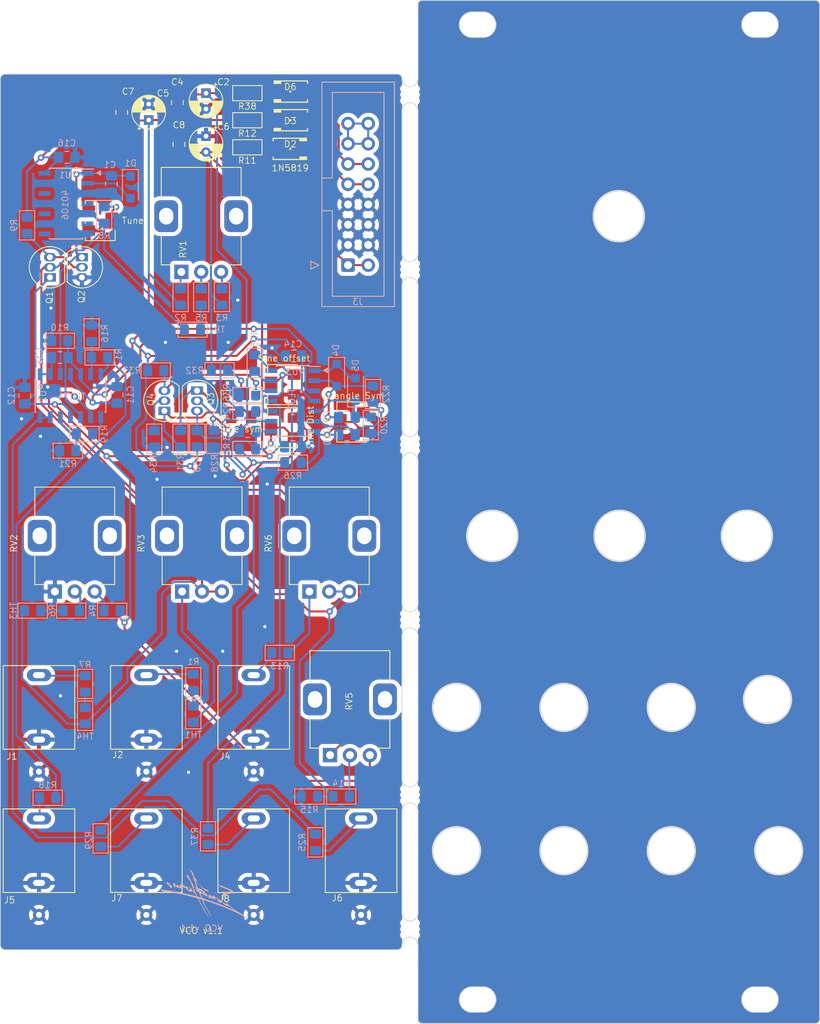
<source format=kicad_pcb>
(kicad_pcb (version 20221018) (generator pcbnew)
  (title_block (title "VCO") (rev "0"))
  (layers (0 "F.Cu" power) (31 "B.Cu" mixed) (34 "B.Paste" user) (35 "F.Paste" user) (36 "B.SilkS" user "B.Silkscreen") (37 "F.SilkS" user "F.Silkscreen") (38 "B.Mask" user) (39 "F.Mask" user) (44 "Edge.Cuts" user))
  (net 0 "")
  (net 1 "+5V")
  (net 2 "GND")
  (net 3 "+12V")
  (net 4 "-12V")
  (net 5 "Net-(C10-Pad1)")
  (net 6 "Net-(R2-Pad2)")
  (net 7 "Net-(R4-Pad1)")
  (net 8 "Net-(R5-Pad1)")
  (net 9 "Net-(R6-Pad1)")
  (net 10 "Net-(R6-Pad2)")
  (net 11 "Net-(R7-Pad2)")
  (net 12 "Net-(R8-Pad2)")
  (net 13 "Net-(R14-Pad1)")
  (net 14 "Net-(C13-Pad1)")
  (net 15 "Net-(R17-Pad2)")
  (net 16 "Net-(J1-Pad2)")
  (net 17 "Net-(J2-Pad2)")
  (net 18 "Net-(J4-Pad2)")
  (net 19 "Net-(J5-Pad2)")
  (net 20 "Net-(J6-Pad2)")
  (net 21 "Net-(J7-Pad2)")
  (net 22 "Net-(J8-Pad2)")
  (net 23 "Net-(R1-Pad2)")
  (net 24 "Net-(R3-Pad1)")
  (net 25 "Net-(R5-Pad2)")
  (net 26 "Net-(R13-Pad2)")
  (net 27 "Net-(R19-Pad1)")
  (net 28 "Net-(R32-Pad1)")
  (net 29 "Net-(RV3-Pad1)")
  (net 30 "/4")
  (net 31 "/6")
  (net 32 "/8")
  (net 33 "/10")
  (net 34 "/12 ")
  (net 35 "Net-(D1-K)")
  (net 36 "Net-(U2A--)")
  (net 37 "Net-(U2B-+)")
  (net 38 "Net-(D4-A)")
  (net 39 "Net-(D5-K)")
  (net 40 "Net-(U3B--)")
  (net 41 "Net-(U3C--)")
  (net 42 "Net-(D1-A)")
  (net 43 "Net-(D2-A)")
  (net 44 "Net-(D3-K)")
  (net 45 "Net-(D2-K)")
  (net 46 "Net-(D4-K)")
  (net 47 "Net-(D6-K)")
  (net 48 "Net-(J3-Pin_13)")
  (net 49 "Net-(Q1-B)")
  (net 50 "Net-(Q1-E)")
  (net 51 "Net-(Q3-E)")
  (net 52 "Net-(Q3-B)")
  (net 53 "Net-(Q3-C)")
  (net 54 "Net-(Q4-E)")
  (net 55 "Net-(Q4-B)")
  (net 56 "Net-(Q4-C)")
  (net 57 "Net-(U2C--)")
  (net 58 "Net-(U2B--)")
  (net 59 "Net-(U2D-+)")
  (net 60 "Net-(U3C-+)")
  (net 61 "Net-(U2D--)")
  (net 62 "Net-(R35-Pad2)")
  (net 63 "Net-(D3-A)")
  (net 64 "Net-(D6-A)")
  (footprint "Capacitor_SMD:C_0805_2012Metric_Pad1.18x1.45mm_HandSolder" (layer "F.Cu") (at 72.25 43.6 -90)
    (fp_text reference "C4")
    (fp_text value "0.1u")
  )
  (footprint "Footprints:mouse-bite-2mm-slot" (layer "F.Cu") (at 101.5 147.4 90)
    (fp_text reference "mouse-bite-2mm-slot" hide)
    (fp_text value "VAL**" hide)
    (fp_arc (start -2 -1) (mid -1 0) (end -2 1) (stroke (width 0.1)) (layer "Edge.Cuts"))
    (fp_arc (start 2 1) (mid 1 0) (end 2 -1) (stroke (width 0.1)) (layer "Edge.Cuts"))
  )
  (footprint "PCM_4ms_Diode:D_DO-214AC_SMA" (layer "F.Cu") (at 86.45 49.4 180)
    (fp_text reference "D2")
    (fp_text value "1N5819")
  )
  (footprint "Package_TO_SOT_THT:TO-92_Inline" (layer "F.Cu") (at 74.728352 79.76462 -90)
    (fp_text reference "Q3")
    (fp_text value "2N3904")
  )
  (footprint "Potentiometer_THT:Potentiometer_Alps_RK09K_Single_Vertical" (layer "F.Cu") (at 72.75 64.85 90)
    (fp_text reference "RV1")
    (fp_text value "B100k")
  )
  (footprint "Package_TO_SOT_THT:TO-92_Inline" (layer "F.Cu") (at 70.618352 82.30462 90)
    (fp_text reference "Q4")
    (fp_text value "2N3904")
  )
  (footprint "Footprints:MJ-3507" (layer "F.Cu") (at 54.85 138)
    (fp_text reference "J5")
    (fp_text value "Saw")
  )
  (footprint "Package_TO_SOT_THT:TO-92_Inline" (layer "F.Cu") (at 60.25 63 -90)
    (fp_text reference "Q2")
    (fp_text value "BC548")
  )
  (footprint "Footprints:mouse-bite-2mm-slot" (layer "F.Cu") (at 101.5 108.55 90)
    (fp_text reference "mouse-bite-2mm-slot3" hide)
    (fp_text value "VAL**" hide)
    (fp_arc (start -2 -1) (mid -1 0) (end -2 1) (stroke (width 0.1)) (layer "Edge.Cuts"))
    (fp_arc (start 2 1) (mid 1 0) (end 2 -1) (stroke (width 0.1)) (layer "Edge.Cuts"))
  )
  (footprint "PCM_Resistor_SMD_AKL:R_0805_2012Metric_Pad1.15x1.40mm_HandSolder" (layer "F.Cu") (at 81.05 49.2 180)
    (fp_text reference "R11")
    (fp_text value "10")
  )
  (footprint "Potentiometer_SMD:Potentiometer_Bourns_3224W_Vertical" (layer "F.Cu") (at 85.475 79.00462 -90)
    (fp_text reference "Sine offset")
    (fp_text value "20k")
  )
  (footprint "Capacitor_THT:CP_Radial_D4.0mm_P2.00mm" (layer "F.Cu") (at 75.85 42.4 -90)
    (fp_text reference "C2")
    (fp_text value "47u")
  )
  (footprint "Potentiometer_THT:Potentiometer_Alps_RK09K_Single_Vertical" (layer "F.Cu") (at 88.85 105 90)
    (fp_text reference "RV6")
    (fp_text value "B250k")
  )
  (footprint "Footprints:MJ-3507" (layer "F.Cu") (at 68.35 120)
    (fp_text reference "J2")
    (fp_text value "FM CV")
  )
  (footprint "Package_TO_SOT_THT:TO-92_Inline" (layer "F.Cu") (at 56.23 65.54 90)
    (fp_text reference "Q1")
    (fp_text value "BC558")
  )
  (footprint "Footprints:MJ-3507" (layer "F.Cu") (at 81.85 138)
    (fp_text reference "J8")
    (fp_text value "Sine")
  )
  (footprint "Potentiometer_SMD:Potentiometer_Bourns_3224W_Vertical" (layer "F.Cu") (at 80.275 81.60462 180)
    (fp_text reference "Sine sym")
    (fp_text value "50k")
  )
  (footprint "LOGO" (layer "F.Cu") (at 134.2 137.1)
    (fp_text reference "G***" hide)
    (fp_text value "LOGO" hide)
  )
  (footprint "Potentiometer_SMD:Potentiometer_Bourns_3224W_Vertical" (layer "F.Cu") (at 62.55 58.4 90)
    (fp_text reference "Tune")
    (fp_text value "1k")
  )
  (footprint "Capacitor_THT:CP_Radial_D4.0mm_P2.00mm" (layer "F.Cu") (at 68.65 45.7726 90)
    (fp_text reference "C5")
    (fp_text value "47u")
  )
  (footprint "Footprints:mouse-bite-2mm-slot" (layer "F.Cu") (at 101.5 86.55 90)
    (fp_text reference "mouse-bite-2mm-slot2" hide)
    (fp_text value "VAL**" hide)
    (fp_arc (start -2 -1) (mid -1 0) (end -2 1) (stroke (width 0.1)) (layer "Edge.Cuts"))
    (fp_arc (start 2 1) (mid 1 0) (end 2 -1) (stroke (width 0.1)) (layer "Edge.Cuts"))
  )
  (footprint "Potentiometer_THT:Potentiometer_Alps_RK09K_Single_Vertical" (layer "F.Cu") (at 56.85 105 90)
    (fp_text reference "RV2")
    (fp_text value "B100k")
  )
  (footprint "Footprints:mouse-bite-2mm-slot" (layer "F.Cu") (at 101.5 130.55 90)
    (fp_text reference "mouse-bite-2mm-slot4" hide)
    (fp_text value "VAL**" hide)
    (fp_arc (start -2 -1) (mid -1 0) (end -2 1) (stroke (width 0.1)) (layer "Edge.Cuts"))
    (fp_arc (start 2 1) (mid 1 0) (end 2 -1) (stroke (width 0.1)) (layer "Edge.Cuts"))
  )
  (footprint "PCM_Resistor_SMD_AKL:R_0805_2012Metric_Pad1.15x1.40mm_HandSolder" (layer "F.Cu") (at 81.05 45.8 180)
    (fp_text reference "R12")
    (fp_text value "10")
  )
  (footprint "Potentiometer_THT:Potentiometer_Alps_RK09K_Single_Vertical" (layer "F.Cu") (at 91.45 125.55 90)
    (fp_text reference "RV5")
    (fp_text value "B100k")
  )
  (footprint "Footprints:MJ-3507" (layer "F.Cu") (at 68.35 138)
    (fp_text reference "J7")
    (fp_text value "Triangle")
  )
  (footprint "Footprints:MJ-3507" (layer "F.Cu") (at 81.85 120)
    (fp_text reference "J4")
    (fp_text value "PWM CV")
  )
  (footprint "Potentiometer_SMD:Potentiometer_Bourns_3224W_Vertical" (layer "F.Cu") (at 94.175 83.70462 -90)
    (fp_text reference "Triangle Sym")
    (fp_text value "20k")
  )
  (footprint "PCM_4ms_Diode:D_DO-214AC_SMA" (layer "F.Cu") (at 86.45 42.2)
    (fp_text reference "D6")
    (fp_text value "1N5819" hide)
  )
  (footprint "Capacitor_SMD:C_0805_2012Metric_Pad1.18x1.45mm_HandSolder" (layer "F.Cu") (at 72.45 48.8375 -90)
    (fp_text reference "C8")
    (fp_text value "0.1u")
  )
  (footprint "Potentiometer_SMD:Potentiometer_Bourns_3224W_Vertical" (layer "F.Cu") (at 85.475 84.40462 -90)
    (fp_text reference "Sine Dist")
    (fp_text value "100k")
  )
  (footprint "Capacitor_SMD:C_0805_2012Metric_Pad1.18x1.45mm_HandSolder" (layer "F.Cu") (at 65.25 44.8 90)
    (fp_text reference "C7")
    (fp_text value "0.1u")
  )
  (footprint "Footprints:MJ-3507" (layer "F.Cu") (at 54.85 120)
    (fp_text reference "J1")
    (fp_text value "1V/Octave")
  )
  (footprint "PCM_4ms_Diode:D_DO-214AC_SMA" (layer "F.Cu") (at 86.45 45.8)
    (fp_text reference "D3")
    (fp_text value "1N5819" hide)
  )
  (footprint "Capacitor_THT:CP_Radial_D4.0mm_P2.00mm" (layer "F.Cu") (at 75.85 47.8 -90)
    (fp_text reference "C6")
    (fp_text value "47u")
  )
  (footprint "LOGO" (layer "F.Cu") (at 127.75 82.015357)
    (fp_text reference "G***" hide)
    (fp_text value "LOGO" hide)
  )
  (footprint "PCM_Resistor_SMD_AKL:R_0805_2012Metric_Pad1.15x1.40mm_HandSolder" (layer "F.Cu") (at 81.05 42.4 180)
    (fp_text reference "R38")
    (fp_text value "10")
  )
  (footprint "Potentiometer_THT:Potentiometer_Alps_RK09K_Single_Vertical" (layer "F.Cu") (at 72.85 105 90)
    (fp_text reference "RV3")
    (fp_text value "B1M")
  )
  (footprint "Footprints:MJ-3507" (layer "F.Cu") (at 95.35 138)
    (fp_text reference "J6")
    (fp_text value "Pulse")
  )
  (footprint "Footprints:mouse-bite-2mm-slot" (layer "F.Cu") (at 101.5 64.55 90)
    (fp_text reference "mouse-bite-2mm-slot1" hide)
    (fp_text value "VAL**" hide)
    (fp_arc (start -2 -1) (mid -1 0) (end -2 1) (stroke (width 0.1)) (layer "Edge.Cuts"))
    (fp_arc (start 2 1) (mid 1 0) (end 2 -1) (stroke (width 0.1)) (layer "Edge.Cuts"))
  )
  (footprint "Footprints:mouse-bite-2mm-slot" (layer "F.Cu") (at 101.5 42.6 90)
    (fp_text reference "mouse-bite-2mm-slot" hide)
    (fp_text value "VAL**" hide)
    (fp_arc (start -2 -1) (mid -1 0) (end -2 1) (stroke (width 0.1)) (layer "Edge.Cuts"))
    (fp_arc (start 2 1) (mid 1 0) (end 2 -1) (stroke (width 0.1)) (layer "Edge.Cuts"))
  )
  (footprint "PCM_4ms_Package_SOIC:SOIC-14_3.9x8.65mm_Pitch1.27mm" (layer "B.Cu") (at 58.817 80.41 -90)
    (fp_text reference "U2")
    (fp_text value "TL074")
  )
  (footprint "PCM_Resistor_SMD_AKL:R_0805_2012Metric_Pad1.15x1.40mm_HandSolder" (layer "B.Cu") (at 61.47 72.575 90)
    (fp_text reference "R16")
    (fp_text value "47k")
  )
  (footprint "PCM_4ms_Package_SOIC:SOIC-14_3.9x8.65mm_Pitch1.27mm" (layer "B.Cu") (at 86.765 81.07162 180)
    (fp_text reference "U3")
    (fp_text value "TL074")
  )
  (footprint "PCM_Resistor_SMD_AKL:R_0805_2012Metric_Pad1.15x1.40mm_HandSolder" (layer "B.Cu") (at 74.748352 85.80462 90)
    (fp_text reference "R30")
    (fp_text value "10k")
  )
  (footprint "Diode_SMD:D_SOD-123F" (layer "B.Cu") (at 94.65 79.6 90)
    (fp_text reference "D5")
    (fp_text value "1N4148")
  )
  (footprint "Capacitor_SMD:C_0805_2012Metric_Pad1.18x1.45mm_HandSolder" (layer "B.Cu") (at 53.07 80.4 -90)
    (fp_text reference "C12")
    (fp_text value "0.1u")
  )
  (footprint "Capacitor_SMD:C_0805_2012Metric_Pad1.18x1.45mm_HandSolder" (layer "B.Cu") (at 86.775 86.80462 180)
    (fp_text reference "C15")
    (fp_text value "0.1u")
  )
  (footprint "Capacitor_SMD:C_0805_2012Metric_Pad1.18x1.45mm_HandSolder" (layer "B.Cu") (at 93.575 85.30462)
    (fp_text reference "C10")
    (fp_text value "22p")
  )
  (footprint "Capacitor_SMD:C_0805_2012Metric_Pad1.18x1.45mm_HandSolder" (layer "B.Cu") (at 86.875 75.40462 180)
    (fp_text reference "C14")
    (fp_text value "0.1u")
  )
  (footprint "PCM_Resistor_SMD_AKL:R_0805_2012Metric_Pad1.15x1.40mm_HandSolder" (layer "B.Cu") (at 76.1 135.75 -90)
    (fp_text reference "R37")
    (fp_text value "1k")
  )
  (footprint "PCM_Resistor_SMD_AKL:R_0805_2012Metric_Pad1.15x1.40mm_HandSolder" (layer "B.Cu") (at 76.848352 85.80462 -90)
    (fp_text reference "R28")
    (fp_text value "2k2")
  )
  (footprint "PCM_Resistor_SMD_AKL:R_0805_2012Metric_Pad1.15x1.40mm_HandSolder" (layer "B.Cu") (at 77.85 68 -90)
    (fp_text reference "R3")
    (fp_text value "33k")
  )
  (footprint "PCM_Resistor_SMD_AKL:R_0805_2012Metric_Pad1.15x1.40mm_HandSolder" (layer "B.Cu") (at 60.57 85.2 180)
    (fp_text reference "R19")
    (fp_text value "100k")
  )
  (footprint "PCM_Resistor_SMD_AKL:R_0805_2012Metric_Pad1.15x1.40mm_HandSolder" (layer "B.Cu") (at 60.65 116.6 -90)
    (fp_text reference "R7")
    (fp_text value "100k")
  )
  (footprint "PCM_Resistor_SMD_AKL:R_0805_2012Metric_Pad1.15x1.40mm_HandSolder" (layer "B.Cu") (at 69.528352 77.23462)
    (fp_text reference "R33")
    (fp_text value "10k")
  )
  (footprint "PCM_Resistor_SMD_AKL:R_0805_2012Metric_Pad1.15x1.40mm_HandSolder" (layer "B.Cu") (at 74.15 72.1 180)
    (fp_text reference "TH2")
    (fp_text value "10K")
  )
  (footprint "Capacitor_SMD:C_0805_2012Metric_Pad1.18x1.45mm_HandSolder" (layer "B.Cu") (at 63.95 53.8 -90)
    (fp_text reference "C1")
    (fp_text value "2.2nF")
  )
  (footprint "PCM_Resistor_SMD_AKL:R_0805_2012Metric_Pad1.15x1.40mm_HandSolder" (layer "B.Cu") (at 63.05 57.7 90)
    (fp_text reference "R8")
    (fp_text value "1K5")
  )
  (footprint "PCM_Resistor_SMD_AKL:R_0805_2012Metric_Pad1.15x1.40mm_HandSolder" (layer "B.Cu") (at 53.35 59 -90)
    (fp_text reference "R9")
    (fp_text value "1M")
  )
  (footprint "Capacitor_SMD:C_0805_2012Metric_Pad1.18x1.45mm_HandSolder" (layer "B.Cu") (at 57.47 75.6)
    (fp_text reference "C3")
    (fp_text value "1u")
  )
  (footprint "Diode_SMD:D_SOD-123F" (layer "B.Cu") (at 66.35 54.2 -90)
    (fp_text reference "D1")
    (fp_text value "1N4148")
  )
  (footprint "PCM_Resistor_SMD_AKL:R_0805_2012Metric_Pad1.15x1.40mm_HandSolder" (layer "B.Cu") (at 72.65 68 90)
    (fp_text reference "R2")
    (fp_text value "100k")
  )
  (footprint "PCM_Resistor_SMD_AKL:R_0805_2012Metric_Pad1.15x1.40mm_HandSolder" (layer "B.Cu") (at 81.075 87.10462 180)
    (fp_text reference "R27")
    (fp_text value "20k")
  )
  (footprint "PCM_Resistor_SMD_AKL:R_0805_2012Metric_Pad1.15x1.40mm_HandSolder" (layer "B.Cu") (at 77.548352 77.20462 180)
    (fp_text reference "R32")
    (fp_text value "18k")
  )
  (footprint "PCM_Resistor_SMD_AKL:R_0805_2012Metric_Pad1.15x1.40mm_HandSolder" (layer "B.Cu") (at 60.65 120.6 -90)
    (fp_text reference "TH4")
    (fp_text value "10K")
  )
  (footprint "PCM_Resistor_SMD_AKL:R_0805_2012Metric_Pad1.15x1.40mm_HandSolder" (layer "B.Cu") (at 96.85 80.2 90)
    (fp_text reference "R22")
    (fp_text value "10k")
  )
  (footprint "Capacitor_SMD:C_0805_2012Metric_Pad1.18x1.45mm_HandSolder" (layer "B.Cu") (at 58.35 50.46)
    (fp_text reference "C16")
    (fp_text value "0.1u")
  )
  (footprint "PCM_Resistor_SMD_AKL:R_0805_2012Metric_Pad1.15x1.40mm_HandSolder" (layer "B.Cu") (at 57.47 73.5 180)
    (fp_text reference "R10")
    (fp_text value "100k")
  )
  (footprint "PCM_Resistor_SMD_AKL:R_0805_2012Metric_Pad1.15x1.40mm_HandSolder" (layer "B.Cu") (at 69.348352 85.80462 -90)
    (fp_text reference "R34")
    (fp_text value "2k2")
  )
  (footprint "PCM_Resistor_SMD_AKL:R_0805_2012Metric_Pad1.15x1.40mm_HandSolder" (layer "B.Cu") (at 54.05 107.4 180)
    (fp_text reference "TH3")
    (fp_text value "10K")
  )
  (footprint "Diode_SMD:D_SOD-123F" (layer "B.Cu") (at 92.275 77.8 -90)
    (fp_text reference "D4")
    (fp_text value "1N4148")
  )
  (footprint "PCM_Resistor_SMD_AKL:R_0805_2012Metric_Pad1.15x1.40mm_HandSolder" (layer "B.Cu") (at 58.9 107.4 180)
    (fp_text reference "R6")
    (fp_text value "1M")
  )
  (footprint "PCM_Resistor_SMD_AKL:R_0805_2012Metric_Pad1.15x1.40mm_HandSolder" (layer "B.Cu") (at 89.6 136.5 -90)
    (fp_text reference "R25")
    (fp_text value "1k")
  )
  (footprint "PCM_Resistor_SMD_AKL:R_0805_2012Metric_Pad1.15x1.40mm_HandSolder" (layer "B.Cu") (at 58.47 87.3)
    (fp_text reference "R21")
    (fp_text value "68k")
  )
  (footprint "PCM_Resistor_SMD_AKL:R_0805_2012Metric_Pad1.15x1.40mm_HandSolder" (layer "B.Cu") (at 55.95 130.9 180)
    (fp_text reference "R18")
    (fp_text value "1k")
  )
  (footprint "Capacitor_SMD:C_0805_2012Metric_Pad1.18x1.45mm_HandSolder" (layer "B.Cu") (at 64.67 80.3 90)
    (fp_text reference "C11")
    (fp_text value "0.1u")
  )
  (footprint "PCM_Resistor_SMD_AKL:R_0805_2012Metric_Pad1.15x1.40mm_HandSolder" (layer "B.Cu") (at 62.6 136 -90)
    (fp_text reference "R29")
    (fp_text value "1k")
  )
  (footprint "PCM_Resistor_SMD_AKL:R_0805_2012Metric_Pad1.15x1.40mm_HandSolder" (layer "B.Cu") (at 74.25 120.4 -90)
    (fp_text reference "TH1")
    (fp_text value "10K")
  )
  (footprint "PCM_4ms_Package_SOIC:SOIC-14_3.9x8.65mm_Pitch1.27mm" (layer "B.Cu") (at 58.24 56.277 180)
    (fp_text reference "U1")
    (fp_text value "40106")
  )
  (footprint "LOGO" (layer "B.Cu") (at 75.45 143.1 180)
    (fp_text reference "VCO v1.1")
    (fp_text value "LOGO" hide)
  )
  (footprint "PCM_Resistor_SMD_AKL:R_0805_2012Metric_Pad1.15x1.40mm_HandSolder" (layer "B.Cu") (at 96.575 84.10462 90)
    (fp_text reference "R20")
    (fp_text value "10k")
  )
  (footprint "Capacitor_SMD:C_0805_2012Metric_Pad1.18x1.45mm_HandSolder" (layer "B.Cu") (at 93.575 83.10462)
    (fp_text reference "C9")
    (fp_text value "22p")
  )
  (footprint "PCM_Resistor_SMD_AKL:R_0805_2012Metric_Pad1.15x1.40mm_HandSolder" (layer "B.Cu") (at 81.075 82.40462)
    (fp_text reference "R24")
    (fp_text value "20k")
  )
  (footprint "Capacitor_SMD:C_0805_2012Metric_Pad1.18x1.45mm_HandSolder" (layer "B.Cu") (at 81.075 84.90462 180)
    (fp_text reference "C13")
    (fp_text value "22p")
  )
  (footprint "PCM_Resistor_SMD_AKL:R_0805_2012Metric_Pad1.15x1.40mm_HandSolder" (layer "B.Cu") (at 64.05 107.4)
    (fp_text reference "R4")
    (fp_text value "100k")
  )
  (footprint "PCM_Resistor_SMD_AKL:R_0805_2012Metric_Pad1.15x1.40mm_HandSolder" (layer "B.Cu") (at 85.125 112.7)
    (fp_text reference "R13")
    (fp_text value "68k")
  )
  (footprint "PCM_Resistor_SMD_AKL:R_0805_2012Metric_Pad1.15x1.40mm_HandSolder" (layer "B.Cu") (at 81.975 76.3 90)
    (fp_text reference "R35")
    (fp_text value "10k")
  )
  (footprint "PCM_Resistor_SMD_AKL:R_0805_2012Metric_Pad1.15x1.40mm_HandSolder" (layer "B.Cu") (at 88.85 130.75)
    (fp_text reference "R15")
    (fp_text value "14k")
  )
  (footprint "PCM_Resistor_SMD_AKL:R_0805_2012Metric_Pad1.15x1.40mm_HandSolder" (layer "B.Cu") (at 72.648352 85.80462 90)
    (fp_text reference "R31")
    (fp_text value "390")
  )
  (footprint "PCM_Resistor_SMD_AKL:R_0805_2012Metric_Pad1.15x1.40mm_HandSolder" (layer "B.Cu") (at 92.85 130.75 180)
    (fp_text reference "R14")
    (fp_text value "100k")
  )
  (footprint "PCM_Resistor_SMD_AKL:R_0805_2012Metric_Pad1.15x1.40mm_HandSolder" (layer "B.Cu") (at 74.25 116.4 -90)
    (fp_text reference "R1")
    (fp_text value "100k")
  )
  (footprint "PCM_Resistor_SMD_AKL:R_0805_2012Metric_Pad1.15x1.40mm_HandSolder" (layer "B.Cu") (at 86.775 88.80462)
    (fp_text reference "R26")
    (fp_text value "10k")
  )
  (footprint "Connector_IDC:IDC-Header_2x08_P2.54mm_Vertical" (layer "B.Cu") (at 93.71 64)
    (fp_text reference "J3")
    (fp_text value "Conn_02x08_Odd_Even")
  )
  (footprint "PCM_Resistor_SMD_AKL:R_0805_2012Metric_Pad1.15x1.40mm_HandSolder" (layer "B.Cu") (at 62.47 75.6)
    (fp_text reference "R17")
    (fp_text value "100k")
  )
  (footprint "PCM_Resistor_SMD_AKL:R_0805_2012Metric_Pad1.15x1.40mm_HandSolder" (layer "B.Cu") (at 81.075 80.30462 180)
    (fp_text reference "R36")
    (fp_text value "10k")
  )
  (footprint "PCM_Resistor_SMD_AKL:R_0805_2012Metric_Pad1.15x1.40mm_HandSolder" (layer "B.Cu") (at 75.25 68 -90)
    (fp_text reference "R5")
    (fp_text value "100k")
  )
  (gr_arc (start 50.6 150) (mid 50.175736 149.824264) (end 50 149.4) (stroke (width 0.1)) (layer "Edge.Cuts"))
  (gr_line (start 102.5 110.55) (end 102.5 128.55) (stroke (width 0.1)) (layer "Edge.Cuts"))
  (gr_line (start 102.5 88.55) (end 102.5 106.55) (stroke (width 0.1)) (layer "Edge.Cuts"))
  (gr_line (start 152.5 159.25) (end 103 159.25) (stroke (width 0.1)) (layer "Edge.Cuts"))
  (gr_line (start 144.8 157.85) (end 146.2 157.85) (stroke (width 0.1)) (layer "Edge.Cuts"))
  (gr_line (start 100.5 84.55) (end 100.5 66.55) (stroke (width 0.1)) (layer "Edge.Cuts"))
  (gr_circle (center 146.45 118.55) (end 149.45 118.55) (stroke (width 0.2)) (fill none) (layer "Edge.Cuts"))
  (gr_line (start 102.5 31.25) (end 102.5 40.6) (stroke (width 0.1)) (layer "Edge.Cuts"))
  (gr_arc (start 99.9 40) (mid 100.324264 40.175736) (end 100.5 40.6) (stroke (width 0.1)) (layer "Edge.Cuts"))
  (gr_circle (center 134.35 119.55) (end 137.35 119.55) (stroke (width 0.2)) (fill none) (layer "Edge.Cuts"))
  (gr_arc (start 102.5 31.25) (mid 102.647177 30.894684) (end 103.002493 30.747507) (stroke (width 0.1)) (layer "Edge.Cuts"))
  (gr_circle (center 127.85 98) (end 131.05 98) (stroke (width 0.2)) (fill none) (layer "Edge.Cuts"))
  (gr_circle (center 120.85 119.55) (end 123.85 119.55) (stroke (width 0.2)) (fill none) (layer "Edge.Cuts"))
  (gr_arc (start 110.7 32.2) (mid 112.3 33.8) (end 110.7 35.4) (stroke (width 0.1)) (layer "Edge.Cuts"))
  (gr_line (start 109.3 32.2) (end 110.7 32.2) (stroke (width 0.1)) (layer "Edge.Cuts"))
  (gr_arc (start 146.2 32.2) (mid 147.8 33.8) (end 146.2 35.4) (stroke (width 0.1)) (layer "Edge.Cuts"))
  (gr_line (start 109.3 157.85) (end 110.7 157.85) (stroke (width 0.1)) (layer "Edge.Cuts"))
  (gr_circle (center 147.85 137.55) (end 150.85 137.55) (stroke (width 0.2)) (fill none) (layer "Edge.Cuts"))
  (gr_line (start 102.5 62.55) (end 102.5 44.6) (stroke (width 0.1)) (layer "Edge.Cuts"))
  (gr_line (start 100.5 145.4) (end 100.5 132.55) (stroke (width 0.1)) (layer "Edge.Cuts"))
  (gr_arc (start 100.5 149.4) (mid 100.324264 149.824264) (end 99.9 150) (stroke (width 0.1)) (layer "Edge.Cuts"))
  (gr_circle (center 143.85 98) (end 147.05 98) (stroke (width 0.2)) (fill none) (layer "Edge.Cuts"))
  (gr_line (start 50.6 150) (end 99.9 150) (stroke (width 0.1)) (layer "Edge.Cuts"))
  (gr_line (start 144.8 154.65) (end 146.2 154.65) (stroke (width 0.1)) (layer "Edge.Cuts"))
  (gr_line (start 144.8 35.4) (end 146.2 35.4) (stroke (width 0.1)) (layer "Edge.Cuts"))
  (gr_line (start 100.5 106.55) (end 100.5 88.55) (stroke (width 0.1)) (layer "Edge.Cuts"))
  (gr_arc (start 110.7 154.65) (mid 112.3 156.25) (end 110.7 157.85) (stroke (width 0.1)) (layer "Edge.Cuts"))
  (gr_arc (start 146.2 154.65) (mid 147.8 156.25) (end 146.2 157.85) (stroke (width 0.1)) (layer "Edge.Cuts"))
  (gr_line (start 50 40.6) (end 50 149.4) (stroke (width 0.1)) (layer "Edge.Cuts"))
  (gr_arc (start 153 158.75) (mid 152.852823 159.105316) (end 152.497507 159.252493) (stroke (width 0.1)) (layer "Edge.Cuts"))
  (gr_line (start 109.3 35.4) (end 110.7 35.4) (stroke (width 0.1)) (layer "Edge.Cuts"))
  (gr_line (start 103 30.75) (end 152.5 30.75) (stroke (width 0.1)) (layer "Edge.Cuts"))
  (gr_line (start 144.8 32.2) (end 146.2 32.2) (stroke (width 0.1)) (layer "Edge.Cuts"))
  (gr_line (start 100.5 128.55) (end 100.5 110.55) (stroke (width 0.1)) (layer "Edge.Cuts"))
  (gr_circle (center 107.35 137.55) (end 110.35 137.55) (stroke (width 0.2)) (fill none) (layer "Edge.Cuts"))
  (gr_arc (start 109.3 35.4) (mid 107.7 33.8) (end 109.3 32.2) (stroke (width 0.1)) (layer "Edge.Cuts"))
  (gr_circle (center 134.35 137.55) (end 137.35 137.55) (stroke (width 0.2)) (fill none) (layer "Edge.Cuts"))
  (gr_line (start 100.5 44.6) (end 100.5 62.55) (stroke (width 0.1)) (layer "Edge.Cuts"))
  (gr_line (start 102.5 66.55) (end 102.5 84.55) (stroke (width 0.1)) (layer "Edge.Cuts"))
  (gr_arc (start 144.8 157.85) (mid 143.2 156.25) (end 144.8 154.65) (stroke (width 0.1)) (layer "Edge.Cuts"))
  (gr_arc (start 152.5 30.75) (mid 152.855316 30.897177) (end 153.002493 31.252493) (stroke (width 0.1)) (layer "Edge.Cuts"))
  (gr_arc (start 109.3 157.85) (mid 107.7 156.25) (end 109.3 154.65) (stroke (width 0.1)) (layer "Edge.Cuts"))
  (gr_circle (center 127.75 57.85) (end 130.95 57.85) (stroke (width 0.2)) (fill none) (layer "Edge.Cuts"))
  (gr_arc (start 103 159.25) (mid 102.644686 159.102821) (end 102.497507 158.747507) (stroke (width 0.1)) (layer "Edge.Cuts"))
  (gr_line (start 102.5 149.4) (end 102.497507 158.747507) (stroke (width 0.1)) (layer "Edge.Cuts"))
  (gr_arc (start 144.8 35.4) (mid 143.2 33.8) (end 144.8 32.2) (stroke (width 0.1)) (layer "Edge.Cuts"))
  (gr_line (start 109.3 154.65) (end 110.7 154.65) (stroke (width 0.1)) (layer "Edge.Cuts"))
  (gr_circle (center 120.85 137.55) (end 123.85 137.55) (stroke (width 0.2)) (fill none) (layer "Edge.Cuts"))
  (gr_arc (start 50 40.6) (mid 50.175736 40.175736) (end 50.6 40) (stroke (width 0.1)) (layer "Edge.Cuts"))
  (gr_line (start 102.5 132.55) (end 102.5 145.4) (stroke (width 0.1)) (layer "Edge.Cuts"))
  (gr_line (start 99.9 40) (end 50.6 40) (stroke (width 0.1)) (layer "Edge.Cuts"))
  (gr_circle (center 107.35 119.55) (end 110.35 119.55) (stroke (width 0.2)) (fill none) (layer "Edge.Cuts"))
  (gr_circle (center 111.85 98) (end 115.05 98) (stroke (width 0.2)) (fill none) (layer "Edge.Cuts"))
  (gr_line (start 153 31.25) (end 153 158.75) (stroke (width 0.1)) (layer "Edge.Cuts"))
  (gr_text "VCO v1.1" (at 75.25 147.6) (layer "F.SilkS") (effects (font (size 0.8 0.8) (thickness 0.1))))
  (segment (start 75.6875 42.5625) (end 75.85 42.4) (width 0.25) (layer "F.Cu") (net 1))
  (segment (start 75.85 42.4) (end 80.025 42.4) (width 0.25) (layer "F.Cu") (net 1))
  (segment (start 72.25 42.5625) (end 75.6875 42.5625) (width 0.25) (layer "F.Cu") (net 1))
  (segment (start 77.673352 80.027972) (end 80.05 82.40462) (width 0.25) (layer "B.Cu") (net 1))
  (segment (start 75.85 42.4) (end 77.239402 43.789402) (width 0.25) (layer "B.Cu") (net 1))
  (segment (start 77.239402 62.089402) (end 80.95 65.8) (width 0.25) (layer "B.Cu") (net 1))
  (segment (start 77.673352 76.516446) (end 77.673352 80.027972) (width 0.25) (layer "B.Cu") (net 1))
  (segment (start 80.95 73.239798) (end 77.673352 76.516446) (width 0.25) (layer "B.Cu") (net 1))
  (segment (start 77.239402 43.789402) (end 77.239402 62.089402) (width 0.25) (layer "B.Cu") (net 1))
  (segment (start 80.95 65.8) (end 80.95 73.239798) (width 0.25) (layer "B.Cu") (net 1))
  (via (at 56.35 69.4) (size 0.8) (drill 0.4) (layers "F.Cu" "B.Cu") (net 2))
  (via (at 70.95 86.9) (size 0.8) (drill 0.4) (layers "F.Cu" "B.Cu") (net 2))
  (via (at 73.65 127.7) (size 0.8) (drill 0.4) (layers "F.Cu" "B.Cu") (net 2))
  (via (at 70.75 73.7) (size 0.8) (drill 0.4) (layers "F.Cu" "B.Cu") (net 2))
  (via (at 69.7 90.9) (size 0.8) (drill 0.4) (layers "F.Cu" "B.Cu") (net 2))
  (via (at 78.55 78.8) (size 0.8) (drill 0.4) (layers "F.Cu" "B.Cu") (net 2))
  (via (at 61.85 79.1) (size 0.8) (drill 0.4) (layers "F.Cu" "B.Cu") (net 2))
  (via (at 77 90.5) (size 0.8) (drill 0.4) (layers "F.Cu" "B.Cu") (net 2))
  (via (at 72.15 112.5) (size 0.8) (drill 0.4) (layers "F.Cu" "B.Cu") (net 2))
  (via (at 55.95 79.3) (size 0.8) (drill 0.4) (layers "F.Cu" "B.Cu") (net 2))
  (via (at 77.95 112.5) (size 0.8) (drill 0.4) (layers "F.Cu" "B.Cu") (net 2))
  (via (at 83.25 109.4) (size 0.8) (drill 0.4) (layers "F.Cu" "B.Cu") (net 2))
  (via (at 57.55 118.1) (size 0.8) (drill 0.4) (layers "F.Cu" "B.Cu") (net 2))
  (via (at 76.85 78.8) (size 0.8) (drill 0.4) (layers "F.Cu" "B.Cu") (net 2))
  (via (at 78.65 73.7) (size 0.8) (drill 0.4) (layers "F.Cu" "B.Cu") (net 2))
  (via (at 52.65 83.3) (size 0.8) (drill 0.4) (layers "F.Cu" "B.Cu") (net 2))
  (via (at 83.55 91.5) (size 0.8) (drill 0.4) (layers "F.Cu" "B.Cu") (net 2))
  (via (at 55.05 85.5) (size 0.8) (drill 0.4) (layers "F.Cu" "B.Cu") (net 2))
  (via (at 89.25 86.7) (size 0.8) (drill 0.4) (layers "F.Cu" "B.Cu") (net 2))
  (via (at 79.85 68.4) (size 0.8) (drill 0.4) (layers "F.Cu" "B.Cu") (net 2))
  (via (at 84.15 74.4) (size 0.8) (drill 0.4) (layers "F.Cu" "B.Cu") (net 2))
  (segment (start 58.825 51.0225) (end 58.825 54.225) (width 0.25) (layer "B.Cu") (net 2))
  (segment (start 78.55 78.8) (end 78.55 78.80462) (width 0.25) (layer "B.Cu") (net 2))
  (segment (start 59.6 55) (end 60.95 55) (width 0.25) (layer "B.Cu") (net 2))
  (segment (start 85.8375 75.40462) (end 85.15462 75.40462) (width 0.25) (layer "B.Cu") (net 2))
  (segment (start 59.3875 50.46) (end 58.825 51.0225) (width 0.25) (layer "B.Cu") (net 2))
  (segment (start 85.15462 75.40462) (end 84.15 74.4) (width 0.25) (layer "B.Cu") (net 2))
  (segment (start 58.825 54.225) (end 59.6 55) (width 0.25) (layer "B.Cu") (net 2))
  (segment (start 59.7625 45.8375) (end 55.1 50.5) (width 0.25) (layer "F.Cu") (net 3))
  (segment (start 68.65 71.45) (end 66.6 73.5) (width 0.25) (layer "F.Cu") (net 3))
  (segment (start 81.85 73.25) (end 79.7 75.4) (width 0.25) (layer "F.Cu") (net 3))
  (segment (start 61.6 80.5) (end 61.6 81.25) (width 0.25) (layer "F.Cu") (net 3))
  (segment (start 65.25 45.8375) (end 59.7625 45.8375) (width 0.25) (layer "F.Cu") (net 3))
  (segment (start 68.65 45.7726) (end 79.9976 45.7726) (width 0.25) (layer "F.Cu") (net 3))
  (segment (start 66.6 73.5) (end 66.6 75.5) (width 0.25) (layer "F.Cu") (net 3))
  (segment (start 79.9976 45.7726) (end 80.025 45.8) (width 0.25) (layer "F.Cu") (net 3))
  (segment (start 68.5851 45.8375) (end 68.65 45.7726) (width 0.25) (layer "F.Cu") (net 3))
  (segment (start 66.6 75.5) (end 61.6 80.5) (width 0.25) (layer "F.Cu") (net 3))
  (segment (start 79.7 75.4) (end 68.55 75.4) (width 0.25) (layer "F.Cu") (net 3))
  (segment (start 85.225 92.225) (end 76.825 92.225) (width 0.25) (layer "F.Cu") (net 3))
  (segment (start 76.825 92.225) (end 73.85 89.25) (width 0.25) (layer "F.Cu") (net 3))
  (segment (start 91.45 125.55) (end 95.075 121.925) (width 0.25) (layer "F.Cu") (net 3))
  (segment (start 95.075 121.925) (end 95.075 102.075) (width 0.25) (layer "F.Cu") (net 3))
  (segment (start 65.25 45.8375) (end 68.5851 45.8375) (width 0.25) (layer "F.Cu") (net 3))
  (segment (start 68.65 45.7726) (end 68.65 71.45) (width 0.25) (layer "F.Cu") (net 3))
  (segment (start 95.075 102.075) (end 85.225 92.225) (width 0.25) (layer "F.Cu") (net 3))
  (via (at 61.6 81.25) (size 0.8) (drill 0.4) (layers "F.Cu" "B.Cu") (net 3))
  (via (at 55.1 50.5) (size 0.8) (drill 0.4) (layers "F.Cu" "B.Cu") (net 3))
  (via (at 68.55 75.4) (size 0.8) (drill 0.4) (layers "F.Cu" "B.Cu") (net 3))
  (via (at 81.85 73.25) (size 0.8) (drill 0.4) (layers "F.Cu" "B.Cu") (net 3))
  (via (at 66.6 73.5) (size 0.8) (drill 0.4) (layers "F.Cu" "B.Cu") (net 3))
  (via (at 73.85 89.25) (size 0.8) (drill 0.4) (layers "F.Cu" "B.Cu") (net 3))
  (segment (start 81.85 73.25) (end 82.1 73.25) (width 0.25) (layer "B.Cu") (net 3))
  (segment (start 67.1 84.5) (end 67.1 87) (width 0.25) (layer "B.Cu") (net 3))
  (segment (start 68.503352 77.23462) (end 68.323352 77.41462) (width 0.25) (layer "B.Cu") (net 3))
  (segment (start 68.503352 77.23462) (end 68.55 75.4) (width 0.25) (layer "B.Cu") (net 3))
  (segment (start 87.9125 79.74174) (end 89.23538 81.06462) (width 0.25) (layer "B.Cu") (net 3))
  (segment (start 68.55 75.4) (end 68.503352 75.403352) (width 0.25) (layer "B.Cu") (net 3))
  (segment (start 64.67 81.3375) (end 61.6975 81.3375) (width 0.25) (layer "B.Cu") (net 3))
  (segment (start 61.6975 81.3375) (end 61.61 81.25) (width 0.25) (layer "B.Cu") (net 3))
  (segment (start 87.9125 75.40462) (end 85.85 73.34212) (width 0.25) (layer "B.Cu") (net 3))
  (segment (start 55.14 50.46) (end 55.1 50.5) (width 0.25) (layer "B.Cu") (net 3))
  (segment (start 82.19212 73.34212) (end 81.85 73.25) (width 0.25) (layer "B.Cu") (net 3))
  (segment (start 57.3125 50.6975) (end 55.55 52.46) (width 0.25) (layer "B.Cu") (net 3))
  (segment (start 68.503352 75.403352) (end 66.6 73.5) (width 0.25) (layer "B.Cu") (net 3))
  (segment (start 61.6 81.24) (end 58.81 78.45) (width 0.25) (layer "B.Cu") (net 3))
  (segment (start 68.65 65.025) (end 68.65 45.7726) (width 0.25) (layer "B.Cu") (net 3))
  (segment (start 67.1 87) (end 69.35 89.25) (width 0.25) (layer "B.Cu") (net 3))
  (segment (start 89.23538 81.06462) (end 89.475 81.06462) (width 0.25) (layer "B.Cu") (net 3))
  (segment (start 73.85 89.25) (end 74.748352 88.351648) (width 0.25) (layer "B.Cu") (net 3))
  (segment (start 55.31038 52.46) (end 55.55 52.46) (width 0.25) (layer "B.Cu") (net 3))
  (segment (start 53.35 52.25) (end 55.1 50.5) (width 0.25) (layer "B.Cu") (net 3))
  (segment (start 69.35 89.25) (end 73.85 89.25) (width 0.25) (layer "B.Cu") (net 3))
  (segment (start 61.61 81.25) (end 61.6 81.25) (width 0.25) (layer "B.Cu") (net 3))
  (segment (start 57.3125 50.46) (end 55.14 50.46) (width 0.25) (layer "B.Cu") (net 3))
  (segment (start 87.9125 75.40462) (end 87.9125 79.74174) (width 0.25) (layer "B.Cu") (net 3))
  (segment (start 57.3125 50.46) (end 57.3125 50.6975) (width 0.25) (layer "B.Cu") (net 3))
  (segment (start 53.35 57.975) (end 53.35 52.25) (width 0.25) (layer "B.Cu") (net 3))
  (segment (start 68.323352 83.276648) (end 67.1 84.5) (width 0.25) (layer "B.Cu") (net 3))
  (segment (start 74.748352 88.351648) (end 74.748352 86.82962) (width 0.25) (layer "B.Cu") (net 3))
  (segment (start 72.65 69.025) (end 68.65 65.025) (width 0.25) (layer "B.Cu") (net 3))
  (segment (start 58.81 78.45) (end 58.81 77.7) (width 0.25) (layer "B.Cu") (net 3))
  (segment (start 85.85 73.34212) (end 82.19212 73.34212) (width 0.25) (layer "B.Cu") (net 3))
  (segment (start 68.323352 77.41462) (end 68.323352 83.276648) (width 0.25) (layer "B.Cu") (net 3))
  (segment (start 61.6 81.25) (end 61.6 81.24) (width 0.25) (layer "B.Cu") (net 3))
  (segment (start 82.9 87.05) (end 83.85 88) (width 0.25) (layer "F.Cu") (net 4))
  (segment (start 82.9 56.85) (end 82.9 87.05) (width 0.25) (layer "F.Cu") (net 4))
  (segment (start 65.6 109.648795) (end 84.726205 128.775) (width 0.25) (layer "F.Cu") (net 4))
  (segment (start 95.225 128.775) (end 96.45 127.55) (width 0.25) (layer "F.Cu") (net 4))
  (segment (start 72.45 49.875) (end 75.775 49.875) (width 0.25) (layer "F.Cu") (net 4))
  (segment (start 75.775 49.875) (end 75.85 49.8) (width 0.25) (layer "F.Cu") (net 4))
  (segment (start 84.726205 128.775) (end 95.225 128.775) (width 0.25) (layer "F.Cu") (net 4))
  (segment (start 75.85 49.8) (end 82.9 56.85) (width 0.25) (layer "F.Cu") (net 4))
  (segment (start 75.85 49.8) (end 79.425 49.8) (width 0.25) (layer "F.Cu") (net 4))
  (segment (start 63.35 88) (end 56.85 81.5) (width 0.25) (layer "F.Cu") (net 4))
  (segment (start 96.45 127.55) (end 96.45 125.55) (width 0.25) (layer "F.Cu") (net 4))
  (segment (start 83.85 88) (end 63.35 88) (width 0.25) (layer "F.Cu") (net 4))
  (segment (start 65.6 108.9) (end 65.6 109.648795) (width 0.25) (layer "F.Cu") (net 4))
  (segment (start 79.425 49.8) (end 80.025 49.2) (width 0.25) (layer "F.Cu") (net 4))
  (via (at 83.85 88) (size 0.8) (drill 0.4) (layers "F.Cu" "B.Cu") (net 4))
  (via (at 63.35 88) (size 0.8) (drill 0.4) (layers "F.Cu" "B.Cu") (net 4))
  (via (at 56.85 81.5) (size 0.8) (drill 0.4) (layers "F.Cu" "B.Cu") (net 4))
  (via (at 65.6 108.9) (size 0.8) (drill 0.4) (layers "F.Cu" "B.Cu") (net 4))
  (segment (start 54.375 67.395) (end 54.375 80.1325) (width 0.25) (layer "B.Cu") (net 4))
  (segment (start 76.475 67.65) (end 77.85 69.025) (width 0.25) (layer "B.Cu") (net 4))
  (segment (start 76.475 67.65) (end 76.523352 67.698352) (width 0.25) (layer "B.Cu") (net 4))
  (segment (start 57.8975 81.4375) (end 58.81 82.35) (width 0.25) (layer "B.Cu") (net 4))
  (segment (start 56.23 65.54) (end 54.375 67.395) (width 0.25) (layer "B.Cu") (net 4))
  (segment (start 75.85 49.8) (end 76.475 50.425) (width 0.25) (layer "B.Cu") (net 4))
  (segment (start 65.075 108.375) (end 65.6 108.9) (width 0.25) (layer "B.Cu") (net 4))
  (segment (start 66.3 90.95) (end 63.35 88) (width 0.25) (layer "B.Cu") (net 4))
  (segment (start 66.3 108.2) (end 66.3 90.95) (width 0.25) (layer "B.Cu") (net 4))
  (segment (start 76.475 50.425) (end 76.475 67.65) (width 0.25) (layer "B.Cu") (net 4))
  (segment (start 54.375 80.1325) (end 53.07 81.4375) (width 0.25) (layer "B.Cu") (net 4))
  (segment (start 65.075 107.4) (end 65.075 108.375) (width 0.25) (layer "B.Cu") (net 4))
  (segment (start 65.6 108.9) (end 66.3 108.2) (width 0.25) (layer "B.Cu") (net 4))
  (segment (start 58.81 82.35) (end 58.81 83.1) (width 0.25) (layer "B.Cu") (net 4))
  (segment (start 85.15 86.21712) (end 85.15 81.9) (width 0.25) (layer "B.Cu") (net 4))
  (segment (start 76.523352 67.698352) (end 76.523352 77.20462) (width 0.25) (layer "B.Cu") (net 4))
  (segment (start 85.7375 86.80462) (end 85.15 86.21712) (width 0.25) (layer "B.Cu") (net 4))
  (segment (start 85.15 81.9) (end 84.31462 81.06462) (width 0.25) (layer "B.Cu") (net 4))
  (segment (start 85.04538 86.80462) (end 83.85 88) (width 0.25) (layer "B.Cu") (net 4))
  (segment (start 84.31462 81.06462) (end 84.075 81.06462) (width 0.25) (layer "B.Cu") (net 4))
  (segment (start 85.7375 86.80462) (end 85.04538 86.80462) (width 0.25) (layer "B.Cu") (net 4))
  (segment (start 53.07 81.4375) (end 57.8975 81.4375) (width 0.25) (layer "B.Cu") (net 4))
  (segment (start 92.725 83.70462) (end 92.675 83.70462) (width 0.25) (layer "F.Cu") (net 5))
  (segment (start 92.675 83.70462) (end 91.075 85.30462) (width 0.25) (layer "F.Cu") (net 5))
  (segment (start 92.725 83.70462) (end 94.375 83.70462) (width 0.25) (layer "F.Cu") (net 5))
  (segment (start 94.375 83.70462) (end 95.625 84.95462) (width 0.25) (layer "F.Cu") (net 5))
  (via (at 91.075 85.30462) (size 0.8) (drill 0.4) (layers "F.Cu" "B.Cu") (net 5))
  (segment (start 88.84538 88.80462) (end 87.8 88.80462) (width 0.25) (layer "B.Cu") (net 5))
  (segment (start 90.05 85.44962) (end 90.05 87.6) (width 0.25) (layer "B.Cu") (net 5))
  (segment (start 89.905 85.30462) (end 89.475 84.87462) (width 0.25) (layer "B.Cu") (net 5))
  (segment (start 91.075 85.30462) (end 89.905 85.30462) (width 0.25) (layer "B.Cu") (net 5))
  (segment (start 92.5375 85.30462) (end 91.075 85.30462) (width 0.25) (layer "B.Cu") (net 5))
  (segment (start 89.475 84.87462) (end 90.05 85.44962) (width 0.25) (layer "B.Cu") (net 5))
  (segment (start 90.05 87.6) (end 88.84538 88.80462) (width 0.25) (layer "B.Cu") (net 5))
  (segment (start 72.65 64.95) (end 72.75 64.85) (width 0.25) (layer "B.Cu") (net 6))
  (segment (start 72.65 66.975) (end 72.65 64.95) (width 0.25) (layer "B.Cu") (net 6))
  (segment (start 63.025 107.4) (end 63.025 106.175) (width 0.25) (layer "B.Cu") (net 7))
  (segment (start 63.025 106.175) (end 61.85 105) (width 0.25) (layer "B.Cu") (net 7))
  (segment (start 75.25 66.975) (end 75.25 64.85) (width 0.25) (layer "B.Cu") (net 8))
  (segment (start 60.05 107.4) (end 60.05 105.7) (width 0.25) (layer "B.Cu") (net 9))
  (segment (start 59.35 105) (end 60.05 105.7) (width 0.25) (layer "B.Cu") (net 9))
  (segment (start 55.075 107.4) (end 58 107.4) (width 0.25) (layer "B.Cu") (net 10))
  (segment (start 60.65 119.575) (end 60.65 117.625) (width 0.25) (layer "B.Cu") (net 11))
  (segment (start 64 58.4) (end 62.35 58.4) (width 0.25) (layer "F.Cu") (net 12))
  (segment (start 62.35 58.4) (end 61.1 57.15) (width 0.25) (layer "F.Cu") (net 12))
  (segment (start 64 57.25) (end 64.55 56.7) (width 0.25) (layer "F.Cu") (net 12))
  (segment (start 64 58.4) (end 64 57.25) (width 0.25) (layer "F.Cu") (net 12))
  (via (at 64.55 56.7) (size 0.8) (drill 0.4) (layers "F.Cu" "B.Cu") (net 12))
  (segment (start 64.525 56.675) (end 64.55 56.7) (width 0.25) (layer "B.Cu") (net 12))
  (segment (start 63.05 56.675) (end 64.525 56.675) (width 0.25) (layer "B.Cu") (net 12))
  (segment (start 93.875 130.75) (end 93.875 125.625) (width 0.25) (layer "B.Cu") (net 13))
  (segment (start 93.875 125.625) (end 93.95 125.55) (width 0.25) (layer "B.Cu") (net 13))
  (segment (start 84.025 84.40462) (end 84.025 86.35462) (width 0.25) (layer "F.Cu") (net 14))
  (segment (start 84.025 86.35462) (end 83.975 86.40462) (width 0.25) (layer "F.Cu") (net 14))
  (segment (start 85.675 84.40462) (end 86.925 85.65462) (width 0.25) (layer "F.Cu") (net 14))
  (segment (start 84.025 84.40462) (end 85.675 84.40462) (width 0.25) (layer "F.Cu") (net 14))
  (via (at 83.975 86.40462) (size 0.8) (drill 0.4) (layers "F.Cu" "B.Cu") (net 14))
  (segment (start 83.275 87.10462) (end 83.975 86.40462) (width 0.25) (layer "B.Cu") (net 14))
  (segment (start 79.15 86.416446) (end 79.486826 86.07962) (width 0.25) (layer "B.Cu") (net 14))
  (segment (start 79.15 87.792794) (end 79.15 86.416446) (width 0.25) (layer "B.Cu") (net 14))
  (segment (start 79.763108 117.811892) (end 79.763108 107.086892) (width 0.25) (layer "B.Cu") (net 14))
  (segment (start 82.1125 87.09212) (end 82.1 87.10462) (width 0.25) (layer "B.Cu") (net 14))
  (segment (start 84.045 84.90462) (end 84.075 84.87462) (width 0.25) (layer "B.Cu") (net 14))
  (segment (start 79.486826 86.07962) (end 81.075 86.07962) (width 0.25) (layer "B.Cu") (net 14))
  (segment (start 62.6 134.975) (end 79.763108 117.811892) (width 0.25) (layer "B.Cu") (net 14))
  (segment (start 82.1 87.10462) (end 83.275 87.10462) (width 0.25) (layer "B.Cu") (net 14))
  (segment (start 81.85 105) (end 81.85 90.492794) (width 0.25) (layer "B.Cu") (net 14))
  (segment (start 81.85 90.492794) (end 79.15 87.792794) (width 0.25) (layer "B.Cu") (net 14))
  (segment (start 79.763108 107.086892) (end 81.85 105) (width 0.25) (layer "B.Cu") (net 14))
  (segment (start 81.075 86.07962) (end 82.1 87.10462) (width 0.25) (layer "B.Cu") (net 14))
  (segment (start 82.1125 84.90462) (end 82.1125 87.09212) (width 0.25) (layer "B.Cu") (net 14))
  (segment (start 82.1125 84.90462) (end 84.045 84.90462) (width 0.25) (layer "B.Cu") (net 14))
  (segment (start 56.975 130.9) (end 56.975 128.023795) (width 0.25) (layer "B.Cu") (net 15))
  (segment (start 56.975 128.023795) (end 52.02 123.068795) (width 0.25) (layer "B.Cu") (net 15))
  (segment (start 63.495 76.825) (end 62.62 77.7) (width 0.25) (layer "B.Cu") (net 15))
  (segment (start 65.72 77.825) (end 63.495 75.6) (width 0.25) (layer "B.Cu") (net 15))
  (segment (start 52.02 96.58) (end 65.72 82.88) (width 0.25) (layer "B.Cu") (net 15))
  (segment (start 63.495 75.6) (end 63.495 76.825) (width 0.25) (layer "B.Cu") (net 15))
  (segment (start 65.72 82.88) (end 65.72 77.825) (width 0.25) (layer "B.Cu") (net 15))
  (segment (start 52.02 123.068795) (end 52.02 96.58) (width 0.25) (layer "B.Cu") (net 15))
  (segment (start 60.65 115.575) (end 54.925 115.575) (width 0.25) (layer "B.Cu") (net 16))
  (segment (start 54.925 115.575) (end 54.85 115.5) (width 0.25) (layer "B.Cu") (net 16))
  (segment (start 74.25 115.375) (end 68.475 115.375) (width 0.25) (layer "B.Cu") (net 17))
  (segment (start 68.475 115.375) (end 68.35 115.5) (width 0.25) (layer "B.Cu") (net 17))
  (segment (start 84.225 113.125) (end 81.85 115.5) (width 0.25) (layer "B.Cu") (net 18))
  (segment (start 84.225 112.8) (end 84.225 113.125) (width 0.25) (layer "B.Cu") (net 18))
  (segment (start 54.925 130.9) (end 54.925 133.175) (width 0.25) (layer "B.Cu") (net 19))
  (segment (start 54.925 133.175) (end 54.85 133.25) (width 0.25) (layer "B.Cu") (net 19))
  (segment (start 89.6 137.525) (end 91.325 137.525) (width 0.25) (layer "B.Cu") (net 20))
  (segment (start 91.325 137.525) (end 95.35 133.5) (width 0.25) (layer "B.Cu") (net 20))
  (segment (start 62.6 137.025) (end 64.825 137.025) (width 0.25) (layer "B.Cu") (net 21))
  (segment (start 64.825 137.025) (end 68.35 133.5) (width 0.25) (layer "B.Cu") (net 21))
  (segment (start 78.575 136.775) (end 81.85 133.5) (width 0.25) (layer "B.Cu") (net 22))
  (segment (start 76.1 136.775) (end 78.575 136.775) (width 0.25) (layer "B.Cu") (net 22))
  (segment (start 74.25 117.425) (end 74.25 119.375) (width 0.25) (layer "B.Cu") (net 23))
  (segment (start 77.85 66.975) (end 77.85 64.95) (width 0.25) (layer "B.Cu") (net 24))
  (segment (start 77.85 64.95) (end 77.75 64.85) (width 0.25) (layer "B.Cu") (net 24))
  (segment (start 75.175 69.1) (end 75.25 69.025) (width 0.25) (layer "B.Cu") (net 25))
  (segment (start 75.175 72.1) (end 75.175 69.1) (width 0.25) (layer "B.Cu") (net 25))
  (segment (start 88.85 105) (end 88.85 110.225) (width 0.25) (layer "B.Cu") (net 26))
  (segment (start 88.85 110.225) (end 86.275 112.8) (width 0.25) (layer "B.Cu") (net 26))
  (segment (start 61.595 85.2) (end 62.62 84.175) (width 0.25) (layer "B.Cu") (net 27))
  (segment (start 62.62 84.175) (end 62.62 83.1) (width 0.25) (layer "B.Cu") (net 27))
  (segment (start 80.275 80.15462) (end 80.275 78.50462) (width 0.25) (layer "F.Cu") (net 28))
  (via (at 80.275 78.50462) (size 0.8) (drill 0.4) (layers "F.Cu" "B.Cu") (net 28))
  (segment (start 78.573352 77.20462) (end 78.975 77.20462) (width 0.25) (layer "B.Cu") (net 28))
  (segment (start 78.975 77.20462) (end 80.275 78.50462) (width 0.25) (layer "B.Cu") (net 28))
  (segment (start 76.85 114) (end 76.85 118.825) (width 0.25) (layer "B.Cu") (net 29))
  (segment (start 76.85 118.825) (end 74.25 121.425) (width 0.25) (layer "B.Cu") (net 29))
  (segment (start 72.85 110) (end 76.85 114) (width 0.25) (layer "B.Cu") (net 29))
  (segment (start 72.85 105) (end 72.85 110) (width 0.25) (layer "B.Cu") (net 29))
  (segment (start 59.55 62.4) (end 59.55 52.6) (width 0.25) (layer "F.Cu") (net 35))
  (segment (start 60.15 63) (end 59.55 62.4) (width 0.25) (layer "F.Cu") (net 35))
  (segment (start 59.55 52.6) (end 59.55 52.4) (width 0.25) (layer "F.Cu") (net 35))
  (via (at 59.55 52.6) (size 0.8) (drill 0.4) (layers "F.Cu" "B.Cu") (net 35))
  (segment (start 63.95 52.7625) (end 66.3125 52.7625) (width 0.25) (layer "B.Cu") (net 35))
  (segment (start 60.95 52.46) (end 63.6475 52.46) (width 0.25) (layer "B.Cu") (net 35))
  (segment (start 60.95 52.46) (end 59.69 52.46) (width 0.25) (layer "B.Cu") (net 35))
  (segment (start 57.54 64.86) (end 59.4 63) (width 0.25) (layer "B.Cu") (net 35))
  (segment (start 59.4 63) (end 60.15 63) (width 0.25) (layer "B.Cu") (net 35))
  (segment (start 66.35 52.8) (end 66.35 53.35) (width 0.25) (layer "B.Cu") (net 35))
  (segment (start 63.6475 52.46) (end 63.95 52.7625) (width 0.25) (layer "B.Cu") (net 35))
  (segment (start 66.3125 52.7625) (end 66.35 52.8) (width 0.25) (layer "B.Cu") (net 35))
  (segment (start 57.54 77.7) (end 57.54 64.86) (width 0.25) (layer "B.Cu") (net 35))
  (segment (start 59.69 52.46) (end 59.55 52.6) (width 0.25) (layer "B.Cu") (net 35))
  (segment (start 55 77.7) (end 56.27 77.7) (width 0.25) (layer "B.Cu") (net 36))
  (segment (start 56.4325 75.6) (end 56.4325 77.5375) (width 0.25) (layer "B.Cu") (net 36))
  (segment (start 56.4325 77.5375) (end 56.27 77.7) (width 0.25) (layer "B.Cu") (net 36))
  (segment (start 67.6 75.75) (end 67.6 74.25) (width 0.25) (layer "F.Cu") (net 37))
  (segment (start 67.6 74.25) (end 69.85 72) (width 0.25) (layer "F.Cu") (net 37))
  (segment (start 69.85 72) (end 81.85 72) (width 0.25) (layer "F.Cu") (net 37))
  (segment (start 63.1 80.25) (end 67.6 75.75) (width 0.25) (layer "F.Cu") (net 37))
  (via (at 63.1 80.25) (size 0.8) (drill 0.4) (layers "F.Cu" "B.Cu") (net 37))
  (via (at 81.85 72) (size 0.8) (drill 0.4) (layers "F.Cu" "B.Cu") (net 37))
  (segment (start 89.1 74.966446) (end 89.1 76.12) (width 0.25) (layer "B.Cu") (net 37))
  (segment (start 89.1 76.12) (end 88.3625 76.8575) (width 0.25) (layer "B.Cu") (net 37))
  (segment (start 58.5075 75.6) (end 58.5075 75.88788) (width 0.25) (layer "B.Cu") (net 37))
  (segment (start 58.18519 80.96557) (end 60.08 82.86038) (width 0.25) (layer "B.Cu") (net 37))
  (segment (start 58.495 75.5875) (end 58.5075 75.6) (width 0.25) (layer "B.Cu") (net 37))
  (segment (start 81.85 72) (end 86.133554 72) (width 0.25) (layer "B.Cu") (net 37))
  (segment (start 58.495 73.5) (end 58.495 75.5875) (width 0.25) (layer "B.Cu") (net 37))
  (segment (start 88.3625 79.43212) (end 88.725 79.79462) (width 0.25) (layer "B.Cu") (net 37))
  (segment (start 60.08 82.86038) (end 60.08 83.1) (width 0.25) (layer "B.Cu") (net 37))
  (segment (start 60.08 77.7) (end 60.08 78.45) (width 0.25) (layer "B.Cu") (net 37))
  (segment (start 88.3625 76.8575) (end 88.3625 79.43212) (width 0.25) (layer "B.Cu") (net 37))
  (segment (start 86.133554 72) (end 89.1 74.966446) (width 0.25) (layer "B.Cu") (net 37))
  (segment (start 60.08 78.45) (end 61.88 80.25) (width 0.25) (layer "B.Cu") (net 37))
  (segment (start 88.725 79.79462) (end 89.475 79.79462) (width 0.25) (layer "B.Cu") (net 37))
  (segment (start 58.18519 75.92231) (end 58.18519 80.96557) (width 0.25) (layer "B.Cu") (net 37))
  (segment (start 58.5075 75.88788) (end 60.08 77.46038) (width 0.25) (layer "B.Cu") (net 37))
  (segment (start 58.5075 75.6) (end 58.18519 75.92231) (width 0.25) (layer "B.Cu") (net 37))
  (segment (start 61.88 80.25) (end 63.1 80.25) (width 0.25) (layer "B.Cu") (net 37))
  (segment (start 60.08 77.46038) (end 60.08 77.7) (width 0.25) (layer "B.Cu") (net 37))
  (segment (start 91.275 83.00462) (end 91.175 83.10462) (width 0.25) (layer "F.Cu") (net 38))
  (segment (start 91.275 80.20462) (end 91.275 83.00462) (width 0.25) (layer "F.Cu") (net 38))
  (via (at 91.275 80.20462) (size 0.8) (drill 0.4) (layers "F.Cu" "B.Cu") (net 38))
  (via (at 91.175 83.10462) (size 0.8) (drill 0.4) (layers "F.Cu" "B.Cu") (net 38))
  (segment (start 89.475 78.52462) (end 91.595 78.52462) (width 0.25) (layer "B.Cu") (net 38))
  (segment (start 91.595 78.52462) (end 92.275 79.20462) (width 0.25) (layer "B.Cu") (net 38))
  (segment (start 92.3 79.17962) (end 92.275 79.20462) (width 0.25) (layer "B.Cu") (net 38))
  (segment (start 96.575 79.17962) (end 92.3 79.17962) (width 0.25) (layer "B.Cu") (net 38))
  (segment (start 91.175 83.10462) (end 91.275 83.10462) (width 0.25) (layer "B.Cu") (net 38))
  (segment (start 92.5375 83.10462) (end 91.175 83.10462) (width 0.25) (layer "B.Cu") (net 38))
  (segment (start 92.275 79.20462) (end 91.275 80.20462) (width 0.25) (layer "B.Cu") (net 38))
  (segment (start 94.475 82.96712) (end 94.6125 83.10462) (width 0.25) (layer "B.Cu") (net 39))
  (segment (start 90.225 82.33462) (end 91.555 81.00462) (width 0.25) (layer "B.Cu") (net 39))
  (segment (start 94.6125 83.10462) (end 96.55 83.10462) (width 0.25) (layer "B.Cu") (net 39))
  (segment (start 91.555 81.00462) (end 94.475 81.00462) (width 0.25) (layer "B.Cu") (net 39))
  (segment (start 96.55 83.10462) (end 96.575 83.07962) (width 0.25) (layer "B.Cu") (net 39))
  (segment (start 94.475 81.00462) (end 94.475 82.96712) (width 0.25) (layer "B.Cu") (net 39))
  (segment (start 89.475 82.33462) (end 90.225 82.33462) (width 0.25) (layer "B.Cu") (net 39))
  (segment (start 95.875 82.20462) (end 95.625 82.45462) (width 0.25) (layer "F.Cu") (net 40))
  (segment (start 97.875 82.20462) (end 95.875 82.20462) (width 0.25) (layer "F.Cu") (net 40))
  (via (at 97.875 82.20462) (size 0.8) (drill 0.4) (layers "F.Cu" "B.Cu") (net 40))
  (segment (start 97.875 83.367794) (end 97.013174 84.22962) (width 0.25) (layer "B.Cu") (net 40))
  (segment (start 93.5625 84.25462) (end 94.6125 85.30462) (width 0.25) (layer "B.Cu") (net 40))
  (segment (start 97.875 82.20462) (end 97.875 83.367794) (width 0.25) (layer "B.Cu") (net 40))
  (segment (start 90.875 84.25462) (end 93.5625 84.25462) (width 0.25) (layer "B.Cu") (net 40))
  (segment (start 97.013174 84.22962) (end 95.6875 84.22962) (width 0.25) (layer "B.Cu") (net 40))
  (segment (start 95.6875 84.22962) (end 94.6125 85.30462) (width 0.25) (layer "B.Cu") (net 40))
  (segment (start 89.475 83.60462) (end 90.225 83.60462) (width 0.25) (layer "B.Cu") (net 40))
  (segment (start 90.225 83.60462) (end 90.875 84.25462) (width 0.25) (layer "B.Cu") (net 40))
  (segment (start 96.575 81.22962) (end 97.875 82.20462) (width 0.25) (layer "B.Cu") (net 40))
  (segment (start 80.45 90.2) (end 81.85 88.8) (width 0.25) (layer "F.Cu") (net 41))
  (segment (start 80.45 90.3) (end 80.45 90.2) (width 0.25) (layer "F.Cu") (net 41))
  (via (at 80.45 90.3) (size 0.8) (drill 0.4) (layers "F.Cu" "B.Cu") (net 41))
  (via (at 81.85 88.8) (size 0.8) (drill 0.4) (layers "F.Cu" "B.Cu") (net 41))
  (segment (start 81.85462 88.80462) (end 81.85 88.8) (width 0.25) (layer "B.Cu") (net 41))
  (segment (start 85.75 88.80462) (end 81.85462 88.80462) (width 0.25) (layer "B.Cu") (net 41))
  (segment (start 81.3375 83.60462) (end 80.0375 84.90462) (width 0.25) (layer "B.Cu") (net 41))
  (segment (start 78.7 86.23005) (end 78.7 88.05) (width 0.25) (layer "B.Cu") (net 41))
  (segment (start 80.0375 84.90462) (end 80.02543 84.90462) (width 0.25) (layer "B.Cu") (net 41))
  (segment (start 80.45 89.8) (end 80.45 90.3) (width 0.25) (layer "B.Cu") (net 41))
  (segment (start 81.84538 88.80462) (end 81.75 88.80462) (width 0.25) (layer "B.Cu") (net 41))
  (segment (start 80.02543 84.90462) (end 78.7 86.23005) (width 0.25) (layer "B.Cu") (net 41))
  (segment (start 80.45 90.3) (end 80.45 90.5) (width 0.25) (layer "B.Cu") (net 41))
  (segment (start 81.75 88.80462) (end 80.05 87.10462) (width 0.25) (layer "B.Cu") (net 41))
  (segment (start 78.7 88.05) (end 80.45 89.8) (width 0.25) (layer "B.Cu") (net 41))
  (segment (start 81.85 88.8) (end 81.84538 88.80462) (width 0.25) (layer "B.Cu") (net 41))
  (segment (start 84.075 83.60462) (end 81.3375 83.60462) (width 0.25) (layer "B.Cu") (net 41))
  (segment (start 66.35 55.6) (end 64.48 53.73) (width 0.25) (layer "B.Cu") (net 42))
  (segment (start 64.48 53.73) (end 60.95 53.73) (width 0.25) (layer "B.Cu") (net 42))
  (segment (start 82.275 49.4) (end 82.075 49.2) (width 0.25) (layer "F.Cu") (net 43))
  (segment (start 84.41 49.2) (end 84.61 49.4) (width 0.25) (layer "F.Cu") (net 43))
  (segment (start 82.075 49.2) (end 84.41 49.2) (width 0.25) (layer "F.Cu") (net 43))
  (segment (start 82.075 45.8) (end 84.61 45.8) (width 0.25) (layer "F.Cu") (net 44))
  (segment (start 88.29 49.4) (end 88.29 58.58) (width 0.25) (layer "F.Cu") (net 45))
  (segment (start 93.71 64) (end 96.25 64) (width 0.25) (layer "F.Cu") (net 45))
  (segment (start 88.29 58.58) (end 93.71 64) (width 0.25) (layer "F.Cu") (net 45))
  (segment (start 91.425 77.25462) (end 92.275 76.40462) (width 0.25) (layer "B.Cu") (net 46))
  (segment (start 89.475 77.25462) (end 91.425 77.25462) (width 0.25) (layer "B.Cu") (net 46))
  (segment (start 92.275 76.40462) (end 94.075 78.20462) (width 0.25) (layer "B.Cu") (net 46))
  (segment (start 94.075 78.20462) (end 94.475 78.20462) (width 0.25) (layer "B.Cu") (net 46))
  (segment (start 84.41 42.4) (end 84.61 42.2) (width 0.25) (layer "F.Cu") (net 47))
  (segment (start 82.075 42.4) (end 84.41 42.4) (width 0.25) (layer "F.Cu") (net 47))
  (segment (start 82.275 42.2) (end 82.075 42.4) (width 0.25) (layer "F.Cu") (net 47))
  (segment (start 96.25 48.76) (end 96.25 46.22) (width 0.25) (layer "B.Cu") (net 48))
  (segment (start 93.71 46.22) (end 96.25 46.22) (width 0.25) (layer "B.Cu") (net 48))
  (segment (start 93.71 48.76) (end 96.25 48.76) (width 0.25) (layer "B.Cu") (net 48))
  (segment (start 93.71 46.22) (end 93.71 48.76) (width 0.25) (layer "B.Cu") (net 48))
  (segment (start 67.463299 93.775) (end 55.155 81.466701) (width 0.25) (layer "F.Cu") (net 49))
  (segment (start 75.35 98.086396) (end 71.038604 93.775) (width 0.25) (layer "F.Cu") (net 49))
  (segment (start 71.038604 93.775) (end 67.463299 93.775) (width 0.25) (layer "F.Cu") (net 49))
  (segment (start 77.213604 105) (end 77.531802 105.318198) (width 0.25) (layer "F.Cu") (net 49))
  (segment (start 55.483675 64.27) (end 56.23 64.27) (width 0.25) (layer "F.Cu") (net 49))
  (segment (start 56.23 64.27) (end 56.69462 64.27) (width 0.25) (layer "F.Cu") (net 49))
  (segment (start 55.155 64.598675) (end 55.483675 64.27) (width 0.25) (layer "F.Cu") (net 49))
  (segment (start 55.155 81.466701) (end 55.155 64.598675) (width 0.25) (layer "F.Cu") (net 49))
  (segment (start 75.35 105) (end 77.213604 105) (width 0.25) (layer "F.Cu") (net 49))
  (segment (start 75.35 105) (end 75.35 98.086396) (width 0.25) (layer "F.Cu") (net 49))
  (segment (start 71.81538 103.775) (end 74.125 103.775) (width 0.25) (layer "B.Cu") (net 49))
  (segment (start 63.05 58.725) (end 63.05 59.48962) (width 0.25) (layer "B.Cu") (net 49))
  (segment (start 70.3 105.29038) (end 71.81538 103.775) (width 0.25) (layer "B.Cu") (net 49))
  (segment (start 57.14538 64.27) (end 56.23 64.27) (width 0.25) (layer "B.Cu") (net 49))
  (segment (start 73.125 72.1) (end 63.05 62.025) (width 0.25) (layer "B.Cu") (net 49))
  (segment (start 60.38962 62.15) (end 59.26538 62.15) (width 0.25) (layer "B.Cu") (net 49))
  (segment (start 74.125 103.775) (end 75.35 105) (width 0.25) (layer "B.Cu") (net 49))
  (segment (start 52.75 107.675) (end 52.75 115.9) (width 0.25) (layer "B.Cu") (net 49))
  (segment (start 65.975 114.61538) (end 70.3 110.29038) (width 0.25) (layer "B.Cu") (net 49))
  (segment (start 63.05 62.025) (end 63.05 58.725) (width 0.25) (layer "B.Cu") (net 49))
  (segment (start 53.025 107.4) (end 52.75 107.675) (width 0.25) (layer "B.Cu") (net 49))
  (segment (start 52.75 115.9) (end 58.475 121.625) (width 0.25) (layer "B.Cu") (net 49))
  (segment (start 60.65 121.625) (end 65.975 116.3) (width 0.25) (layer "B.Cu") (net 49))
  (segment (start 70.3 110.29038) (end 70.3 105.29038) (width 0.25) (layer "B.Cu") (net 49))
  (segment (start 59.26538 62.15) (end 57.14538 64.27) (width 0.25) (layer "B.Cu") (net 49))
  (segment (start 63.05 59.48962) (end 60.38962 62.15) (width 0.25) (layer "B.Cu") (net 49))
  (segment (start 58.475 121.625) (end 60.65 121.625) (width 0.25) (layer "B.Cu") (net 49))
  (segment (start 65.975 116.3) (end 65.975 114.61538) (width 0.25) (layer "B.Cu") (net 49))
  (segment (start 59.23462 64.27) (end 57.96462 63) (width 0.25) (layer "F.Cu") (net 50))
  (segment (start 60.15 64.27) (end 59.23462 64.27) (width 0.25) (layer "F.Cu") (net 50))
  (segment (start 57.96462 63) (end 56.23 63) (width 0.25) (layer "F.Cu") (net 50))
  (segment (start 53.35 60.12) (end 56.23 63) (width 0.25) (layer "B.Cu") (net 50))
  (segment (start 53.35 60.025) (end 53.35 60.12) (width 0.25) (layer "B.Cu") (net 50))
  (segment (start 77.35 81.9) (end 75.21462 79.76462) (width 0.25) (layer "F.Cu") (net 51))
  (segment (start 75.21462 79.76462) (end 74.728352 79.76462) (width 0.25) (layer "F.Cu") (net 51))
  (segment (start 80.37038 81.9) (end 77.35 81.9) (width 0.25) (layer "F.Cu") (net 51))
  (segment (start 81.525 83.05462) (end 80.37038 81.9) (width 0.25) (layer "F.Cu") (net 51))
  (segment (start 72.648352 84.77962) (end 72.648352 81.09462) (width 0.25) (layer "B.Cu") (net 51))
  (segment (start 72.648352 81.09462) (end 73.978352 79.76462) (width 0.25) (layer "B.Cu") (net 51))
  (segment (start 73.978352 79.76462) (end 74.728352 79.76462) (width 0.25) (layer "B.Cu") (net 51))
  (segment (start 75.058352 79.76462) (end 74.728352 79.76462) (width 0.25) (layer "B.Cu") (net 51))
  (segment (start 86.925 83.15462) (end 88.525 84.75462) (width 0.25) (layer "F.Cu") (net 52))
  (segment (start 85.76424 88.725) (end 83.050305 88.725) (width 0.25) (layer "F.Cu") (net 52))
  (segment (start 80.750305 91.025) (end 79.975 91.025) (width 0.25) (layer "F.Cu") (net 52))
  (segment (start 77.25 83.3) (end 78.65 84.7) (width 0.25) (layer "F.Cu") (net 52))
  (segment (start 78.45 89.1) (end 78.45 89) (width 0.25) (layer "F.Cu") (net 52))
  (segment (start 88.525 84.75462) (end 88.525 85.96424) (width 0.25) (layer "F.Cu") (net 52))
  (segment (start 76.75 83.3) (end 77.25 83.3) (width 0.25) (layer "F.Cu") (net 52))
  (segment (start 88.525 85.96424) (end 85.76424 88.725) (width 0.25) (layer "F.Cu") (net 52))
  (segment (start 79.975 91.025) (end 78.45 89.5) (width 0.25) (layer "F.Cu") (net 52))
  (segment (start 78.45 89.5) (end 78.45 89.1) (width 0.25) (layer "F.Cu") (net 52))
  (segment (start 83.050305 88.725) (end 80.750305 91.025) (width 0.25) (layer "F.Cu") (net 52))
  (via (at 78.65 84.7) (size 0.8) (drill 0.4) (layers "F.Cu" "B.Cu") (net 52))
  (via (at 78.45 89.1) (size 0.8) (drill 0.4) (layers "F.Cu" "B.Cu") (net 52))
  (via (at 76.75 83.3) (size 0.8) (drill 0.4) (layers "F.Cu" "B.Cu") (net 52))
  (segment (start 76.723352 82.77962) (end 76.35 82.406268) (width 0.25) (layer "B.Cu") (net 52))
  (segment (start 78.25 85.8) (end 78.55 85.5) (width 0.25) (layer "B.Cu") (net 52))
  (segment (start 76.723352 83.273352) (end 76.723352 82.77962) (width 0.25) (layer "B.Cu") (net 52))
  (segment (start 76.723352 84.65462) (end 76.723352 83.326648) (width 0.25) (layer "B.Cu") (net 52))
  (segment (start 76.75 83.3) (end 76.723352 83.273352) (width 0.25) (layer "B.Cu") (net 52))
  (segment (start 76.723352 83.326648) (end 76.75 83.3) (width 0.25) (layer "B.Cu") (net 52))
  (segment (start 78.65 85.4) (end 78.65 84.7) (width 0.25) (layer "B.Cu") (net 52))
  (segment (start 76.35 82.406268) (end 76.35 82.4) (width 0.25) (layer "B.Cu") (net 52))
  (segment (start 78.65 84.7) (end 78.65 84.8) (width 0.25) (layer "B.Cu") (net 52))
  (segment (start 76.848352 84.77962) (end 76.723352 84.65462) (width 0.25) (layer "B.Cu") (net 52))
  (segment (start 78.55 85.5) (end 78.65 85.4) (width 0.25) (layer "B.Cu") (net 52))
  (segment (start 74.978352 81.03462) (end 74.728352 81.03462) (width 0.25) (layer "B.Cu") (net 52))
  (segment (start 78.45 89.1) (end 78.25 88.9) (width 0.25) (layer "B.Cu") (net 52))
  (segment (start 78.25 88.9) (end 78.25 85.8) (width 0.25) (layer "B.Cu") (net 52))
  (segment (start 76.343732 82.4) (end 74.978352 81.03462) (width 0.25) (layer "B.Cu") (net 52))
  (segment (start 76.35 82.4) (end 76.343732 82.4) (width 0.25) (layer "B.Cu") (net 52))
  (segment (start 81.975 77.325) (end 83.17462 78.52462) (width 0.25) (layer "B.Cu") (net 53))
  (segment (start 77.536526 85.67962) (end 77.873352 85.342794) (width 0.25) (layer "B.Cu") (net 53))
  (segment (start 74.748352 84.77962) (end 75.648352 85.67962) (width 0.25) (layer "B.Cu") (net 53))
  (segment (start 77.85 84.193094) (end 77.85 83.8) (width 0.25) (layer "B.Cu") (net 53))
  (segment (start 74.748352 82.32462) (end 74.728352 82.30462) (width 0.25) (layer "B.Cu") (net 53))
  (segment (start 79.486826 83.42962) (end 80.613174 83.42962) (width 0.25) (layer "B.Cu") (net 53))
  (segment (start 78.25 83.4) (end 79.457206 83.4) (width 0.25) (layer "B.Cu") (net 53))
  (segment (start 74.748352 84.77962) (end 74.748352 82.32462) (width 0.25) (layer "B.Cu") (net 53))
  (segment (start 81.025 83.017794) (end 81.025 78.275) (width 0.25) (layer "B.Cu") (net 53))
  (segment (start 75.648352 85.67962) (end 77.536526 85.67962) (width 0.25) (layer "B.Cu") (net 53))
  (segment (start 77.85 83.8) (end 78.25 83.4) (width 0.25) (layer "B.Cu") (net 53))
  (segment (start 81.025 78.275) (end 81.975 77.325) (width 0.25) (layer "B.Cu") (net 53))
  (segment (start 83.17462 78.52462) (end 84.075 78.52462) (width 0.25) (layer "B.Cu") (net 53))
  (segment (start 77.873352 85.342794) (end 77.873352 84.216446) (width 0.25) (layer "B.Cu") (net 53))
  (segment (start 79.457206 83.4) (end 79.486826 83.42962) (width 0.25) (layer "B.Cu") (net 53))
  (segment (start 80.613174 83.42962) (end 81.025 83.017794) (width 0.25) (layer "B.Cu") (net 53))
  (segment (start 77.873352 84.216446) (end 77.85 84.193094) (width 0.25) (layer "B.Cu") (net 53))
  (segment (start 83.88 78.32962) (end 84.075 78.52462) (width 0.25) (layer "B.Cu") (net 53))
  (segment (start 75.95962 82.5) (end 75.305 83.15462) (width 0.25) (layer "F.Cu") (net 54))
  (segment (start 71.468352 83.15462) (end 70.618352 82.30462) (width 0.25) (layer "F.Cu") (net 54))
  (segment (start 79.025 83.05462) (end 78.47038 82.5) (width 0.25) (layer "F.Cu") (net 54))
  (segment (start 78.47038 82.5) (end 75.95962 82.5) (width 0.25) (layer "F.Cu") (net 54))
  (segment (start 75.305 83.15462) (end 71.468352 83.15462) (width 0.25) (layer "F.Cu") (net 54))
  (segment (start 70.775 82.30462) (end 70.618352 82.30462) (width 0.25) (layer "B.Cu") (net 54))
  (segment (start 72.648352 86.82962) (end 70.618352 84.79962) (width 0.25) (layer "B.Cu") (net 54))
  (segment (start 70.618352 84.79962) (end 70.618352 82.30462) (width 0.25) (layer "B.Cu") (net 54))
  (segment (start 69.348352 84.77962) (end 69.348352 81.558295) (width 0.25) (layer "B.Cu") (net 55))
  (segment (start 69.348352 81.558295) (end 69.872027 81.03462) (width 0.25) (layer "B.Cu") (net 55))
  (segment (start 69.872027 81.03462) (end 70.618352 81.03462) (width 0.25) (layer "B.Cu") (net 55))
  (segment (start 72.603352 77.77962) (end 70.618352 79.76462) (width 0.25) (layer "F.Cu") (net 56))
  (segment (start 82.15 78.8) (end 81.12962 77.77962) (width 0.25) (layer "F.Cu") (net 56))
  (segment (start 81.12962 77.77962) (end 72.603352 77.77962) (width 0.25) (layer "F.Cu") (net 56))
  (via (at 82.15 78.8) (size 0.8) (drill 0.4) (layers "F.Cu" "B.Cu") (net 56))
  (segment (start 82.1 78.85) (end 82.05 78.8) (width 0.25) (layer "B.Cu") (net 56))
  (segment (start 82.1 80.30462) (end 82.61 79.79462) (width 0.25) (layer "B.Cu") (net 56))
  (segment (start 82.1 80.30462) (end 82.15 78.8) (width 0.25) (layer "B.Cu") (net 56))
  (segment (start 70.648352 79.73462) (end 70.618352 79.76462) (width 0.25) (layer "B.Cu") (net 56))
  (segment (start 82.15 78.8) (end 82.1 78.85) (width 0.25) (layer "B.Cu") (net 56))
  (segment (start 82.61 79.79462) (end 84.075 79.79462) (width 0.25) (layer "B.Cu") (net 56))
  (segment (start 70.648352 77.22962) (end 70.648352 79.73462) (width 0.25) (layer "B.Cu") (net 56))
  (segment (start 83.225 105.325) (end 71.225 93.325) (width 0.25) (layer "F.Cu") (net 57))
  (segment (start 56.1 81.775305) (end 56.1 80.5) (width 0.25) (layer "F.Cu") (net 57))
  (segment (start 58.85 80) (end 59.35 80.5) (width 0.25) (layer "F.Cu") (net 57))
  (segment (start 86.675 105.325) (end 83.225 105.325) (width 0.25) (layer "F.Cu") (net 57))
  (segment (start 67.649695 93.325) (end 56.1 81.775305) (width 0.25) (layer "F.Cu") (net 57))
  (segment (start 56.1 80.5) (end 56.6 80) (width 0.25) (layer "F.Cu") (net 57))
  (segment (start 88.85 107.5) (end 86.675 105.325) (width 0.25) (layer "F.Cu") (net 57))
  (segment (start 71.225 93.325) (end 67.649695 93.325) (width 0.25) (layer "F.Cu") (net 57))
  (segment (start 56.6 80) (end 58.85 80) (width 0.25) (layer "F.Cu") (net 57))
  (segment (start 91.4 107.5) (end 88.85 107.5) (width 0.25) (layer "F.Cu") (net 57))
  (via (at 59.35 80.5) (size 0.8) (drill 0.4) (layers "F.Cu" "B.Cu") (net 57))
  (via (at 91.4 107.5) (size 0.8) (drill 0.4) (layers "F.Cu" "B.Cu") (net 57))
  (segment (start 91.4 107.45) (end 91.4 107.5) (width 0.25) (layer "B.Cu") (net 57))
  (segment (start 93.85 105) (end 91.4 107.45) (width 0.25) (layer "B.Cu") (net 57))
  (segment (start 61.35 82.5) (end 59.35 80.5) (width 0.25) (layer "B.Cu") (net 57))
  (segment (start 93.85 105) (end 91.35 105) (width 0.25) (layer "B.Cu") (net 57))
  (segment (start 61.35 83.1) (end 61.35 82.5) (width 0.25) (layer "B.Cu") (net 57))
  (segment (start 87.621446 126.546446) (end 87.621446 113.728554) (width 0.25) (layer "B.Cu") (net 57))
  (segment (start 87.621446 113.728554) (end 91.35 110) (width 0.25) (layer "B.Cu") (net 57))
  (segment (start 91.825 130.75) (end 89.875 130.75) (width 0.25) (layer "B.Cu") (net 57))
  (segment (start 91.825 130.75) (end 87.621446 126.546446) (width 0.25) (layer "B.Cu") (net 57))
  (segment (start 91.4 107.5) (end 91.35 107.5) (width 0.25) (layer "B.Cu") (net 57))
  (segment (start 91.35 107.5) (end 91.35 110) (width 0.25) (layer "B.Cu") (net 57))
  (segment (start 91.35 107.5) (end 91.35 107.5) (width 0.25) (layer "B.Cu") (net 57))
  (segment (start 61.445 75.6) (end 61.445 77.605) (width 0.25) (layer "B.Cu") (net 58))
  (segment (start 61.47 75.575) (end 61.445 75.6) (width 0.25) (layer "B.Cu") (net 58))
  (segment (start 61.47 73.6) (end 61.47 75.575) (width 0.25) (layer "B.Cu") (net 58))
  (segment (start 61.445 77.605) (end 61.35 77.7) (width 0.25) (layer "B.Cu") (net 58))
  (segment (start 58.97 85.2) (end 57.54 83.77) (width 0.25) (layer "B.Cu") (net 59))
  (segment (start 59.545 85.2) (end 58.97 85.2) (width 0.25) (layer "B.Cu") (net 59))
  (segment (start 59.545 87.15) (end 59.57 87.175) (width 0.25) (layer "B.Cu") (net 59))
  (segment (start 57.54 83.77) (end 57.54 83.1) (width 0.25) (layer "B.Cu") (net 59))
  (segment (start 59.545 85.2) (end 59.545 87.15) (width 0.25) (layer "B.Cu") (net 59))
  (segment (start 86.925 77.75462) (end 85.625 77.75462) (width 0.25) (layer "F.Cu") (net 60))
  (segment (start 85.625 77.75462) (end 85.575 77.80462) (width 0.25) (layer "F.Cu") (net 60))
  (segment (start 85.575 77.80462) (end 85.475 77.80462) (width 0.25) (layer "F.Cu") (net 60))
  (segment (start 85.475 77.80462) (end 85.475 77.90462) (width 0.25) (layer "F.Cu") (net 60))
  (segment (start 85.475 77.90462) (end 84.375 79.00462) (width 0.25) (layer "F.Cu") (net 60))
  (segment (start 84.375 79.00462) (end 84.025 79.00462) (width 0.25) (layer "F.Cu") (net 60))
  (via (at 85.475 77.80462) (size 0.8) (drill 0.4) (layers "F.Cu" "B.Cu") (net 60))
  (segment (start 85.475 79.90424) (end 85.475 77.80462) (width 0.25) (layer "B.Cu") (net 60))
  (segment (start 84.95962 80.41962) (end 85.475 79.90424) (width 0.25) (layer "B.Cu") (net 60))
  (segment (start 82.1 82.40462) (end 84.005 82.40462) (width 0.25) (layer "B.Cu") (net 60))
  (segment (start 84.005 82.40462) (end 84.075 82.33462) (width 0.25) (layer "B.Cu") (net 60))
  (segment (start 83.325 82.33462) (end 83 82.00962) (width 0.25) (layer "B.Cu") (net 60))
  (segment (start 84.075 82.33462) (end 83.325 82.33462) (width 0.25) (layer "B.Cu") (net 60))
  (segment (start 83 80.61) (end 83.19038 80.41962) (width 0.25) (layer "B.Cu") (net 60))
  (segment (start 83 82.00962) (end 83 80.61) (width 0.25) (layer "B.Cu") (net 60))
  (segment (start 83.19038 80.41962) (end 84.95962 80.41962) (width 0.25) (layer "B.Cu") (net 60))
  (segment (start 63.288174 135.875) (end 54.725 135.875) (width 0.25) (layer "B.Cu") (net 61))
  (segment (start 82.562737 129.850437) (end 76.788174 135.625) (width 0.25) (layer "B.Cu") (net 61))
  (segment (start 51.57 86.53) (end 55 83.1) (width 0.25) (layer "B.Cu") (net 61))
  (segment (start 51.57 132.72) (end 51.57 86.53) (width 0.25) (layer "B.Cu") (net 61))
  (segment (start 56.27 83.1) (end 55 83.1) (width 0.25) (layer "B.Cu") (net 61))
  (segment (start 71.1 131.313174) (end 67.85 131.313174) (width 0.25) (layer "B.Cu") (net 61))
  (segment (start 67.85 131.313174) (end 63.288174 135.875) (width 0.25) (layer "B.Cu") (net 61))
  (segment (start 75.411826 135.625) (end 71.1 131.313174) (width 0.25) (layer "B.Cu") (net 61))
  (segment (start 76.788174 135.625) (end 75.411826 135.625) (width 0.25) (layer "B.Cu") (net 61))
  (segment (start 89.6 135.475) (end 83.975437 129.850437) (width 0.25) (layer "B.Cu") (net 61))
  (segment (start 83.975437 129.850437) (end 82.562737 129.850437) (width 0.25) (layer "B.Cu") (net 61))
  (segment (start 54.725 135.875) (end 51.57 132.72) (width 0.25) (layer "B.Cu") (net 61))
  (segment (start 86.65 89.492794) (end 85.125 91.017794) (width 0.25) (layer "B.Cu") (net 62))
  (segment (start 81.975 75.275) (end 83.970685 75.275) (width 0.25) (layer "B.Cu") (net 62))
  (segment (start 76.1 126.55) (end 76.1 134.725) (width 0.25) (layer "B.Cu") (net 62))
  (segment (start 85.125 117.525) (end 76.1 126.55) (width 0.25) (layer "B.Cu") (net 62))
  (segment (start 82.09538 75.275) (end 84.075 77.25462) (width 0.25) (layer "B.Cu") (net 62))
  (segment (start 81.975 75.275) (end 82.09538 75.275) (width 0.25) (layer "B.Cu") (net 62))
  (segment (start 86.65 77.954315) (end 86.65 89.492794) (width 0.25) (layer "B.Cu") (net 62))
  (segment (start 83.970685 75.275) (end 86.65 77.954315) (width 0.25) (layer "B.Cu") (net 62))
  (segment (start 85.125 91.017794) (end 85.125 117.525) (width 0.25) (layer "B.Cu") (net 62))
  (segment (start 93.71 53.84) (end 96.25 53.84) (width 0.25) (layer "F.Cu") (net 63))
  (segment (start 88.29 45.8) (end 92.085 49.595) (width 0.25) (layer "F.Cu") (net 63))
  (segment (start 92.085 52.215) (end 93.71 53.84) (width 0.25) (layer "F.Cu") (net 63))
  (segment (start 92.085 49.595) (end 92.085 52.215) (width 0.25) (layer "F.Cu") (net 63))
  (segment (start 92.535 50.125) (end 93.71 51.3) (width 0.25) (layer "F.Cu") (net 64))
  (segment (start 88.29 42.2) (end 92.535 46.445) (width 0.25) (layer "F.Cu") (net 64))
  (segment (start 93.71 51.3) (end 96.25 51.3) (width 0.25) (layer "F.Cu") (net 64))
  (segment (start 92.535 46.445) (end 92.535 50.125) (width 0.25) (layer "F.Cu") (net 64))
  (zone (net 0) (net_name "") (layers "F&B.Cu") (priority 1) (connect_pads (clearance 0.508)) (min_thickness 0.25) (fill yes (thermal_gap 0.5) (thermal_bridge_width 0.5) (island_removal_mode 1) (island_area_min 10))
    (polygon (pts (xy 102.5 30.7) (xy 102.5 159.2) (xy 153 159.2) (xy 153 30.7)))
  )
  (zone (net 2) (net_name "GND") (layers "F&B.Cu") (connect_pads (clearance 0.508)) (min_thickness 0.25) (fill yes (thermal_gap 0.5) (thermal_bridge_width 0.5))
    (polygon (pts (xy 50 40) (xy 100.5 40) (xy 100.5 150) (xy 50 150)))
  )
)
</source>
